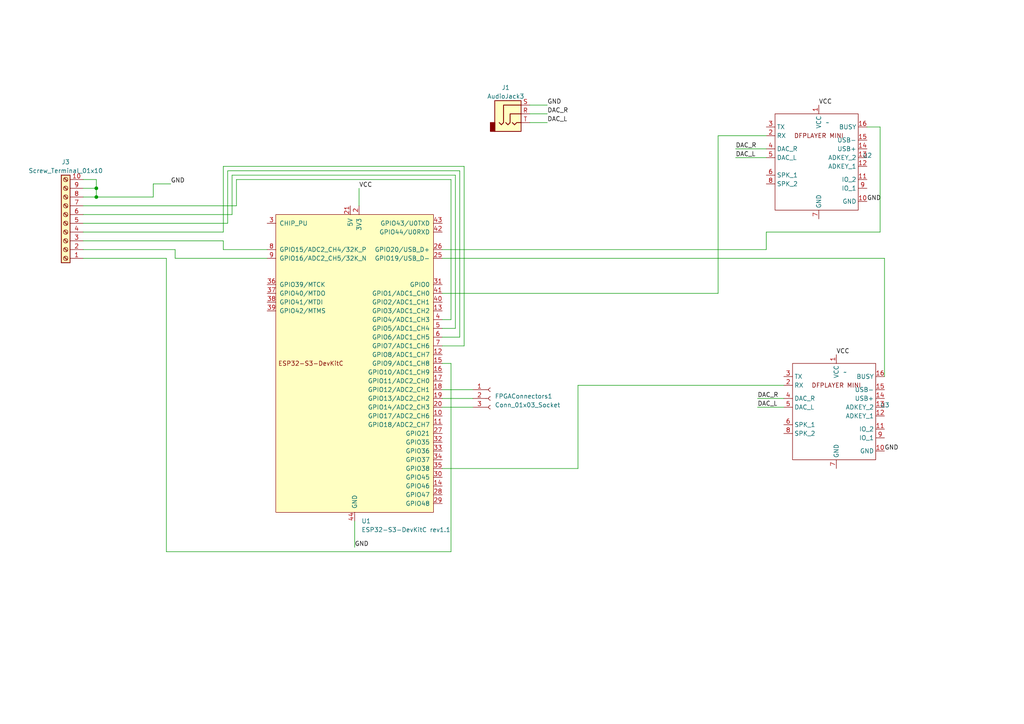
<source format=kicad_sch>
(kicad_sch (version 20230121) (generator eeschema)
  (paper "A4")
  (title_block (title "ESP32S3-DevkitC RetroGame PCB") (date "2024-04-07") (rev "v1.1") (comment 1 "Changed DFPlayer connections from GPIO36->38 and GPIO44->1"))
  (lib_symbols
    (symbol "Connector:Conn_01x03_Socket" (pin_names (offset 1.016) hide)
      (property "Reference" "J" (at 0 5.08 0))
      (property "Value" "Conn_01x03_Socket" (at 0 -5.08 0))
      (symbol "Conn_01x03_Socket_1_1"
        (arc (start 0 -2.032) (mid -0.5058 -2.54) (end 0 -3.048) (stroke (width 0.1524)))
        (polyline (pts (xy -1.27 -2.54) (xy -0.508 -2.54)) (stroke (width 0.1524)))
        (polyline (pts (xy -1.27 0) (xy -0.508 0)) (stroke (width 0.1524)))
        (polyline (pts (xy -1.27 2.54) (xy -0.508 2.54)) (stroke (width 0.1524)))
        (arc (start 0 0.508) (mid -0.5058 0) (end 0 -0.508) (stroke (width 0.1524)))
        (arc (start 0 3.048) (mid -0.5058 2.54) (end 0 2.032) (stroke (width 0.1524)))
        (pin passive line (at -5.08 2.54 0) (length 3.81) (name "Pin_1") (number "1"))
        (pin passive line (at -5.08 0 0) (length 3.81) (name "Pin_2") (number "2"))
        (pin passive line (at -5.08 -2.54 0) (length 3.81) (name "Pin_3") (number "3"))
      )
    )
    (symbol "Connector:Screw_Terminal_01x10" (pin_names (offset 1.016) hide)
      (property "Reference" "J" (at 0 12.7 0))
      (property "Value" "Screw_Terminal_01x10" (at 0 -15.24 0))
      (symbol "Screw_Terminal_01x10_1_1"
        (rectangle (start -1.27 11.43) (end 1.27 -13.97) (stroke (width 0.254)) (fill (type background)))
        (circle (center 0 -12.7) (radius 0.635) (stroke (width 0.1524)))
        (circle (center 0 -10.16) (radius 0.635) (stroke (width 0.1524)))
        (circle (center 0 -7.62) (radius 0.635) (stroke (width 0.1524)))
        (circle (center 0 -5.08) (radius 0.635) (stroke (width 0.1524)))
        (circle (center 0 -2.54) (radius 0.635) (stroke (width 0.1524)))
        (polyline (pts (xy -0.5334 -12.3698) (xy 0.3302 -13.208)) (stroke (width 0.1524)))
        (polyline (pts (xy -0.5334 -9.8298) (xy 0.3302 -10.668)) (stroke (width 0.1524)))
        (polyline (pts (xy -0.5334 -7.2898) (xy 0.3302 -8.128)) (stroke (width 0.1524)))
        (polyline (pts (xy -0.5334 -4.7498) (xy 0.3302 -5.588)) (stroke (width 0.1524)))
        (polyline (pts (xy -0.5334 -2.2098) (xy 0.3302 -3.048)) (stroke (width 0.1524)))
        (polyline (pts (xy -0.5334 0.3302) (xy 0.3302 -0.508)) (stroke (width 0.1524)))
        (polyline (pts (xy -0.5334 2.8702) (xy 0.3302 2.032)) (stroke (width 0.1524)))
        (polyline (pts (xy -0.5334 5.4102) (xy 0.3302 4.572)) (stroke (width 0.1524)))
        (polyline (pts (xy -0.5334 7.9502) (xy 0.3302 7.112)) (stroke (width 0.1524)))
        (polyline (pts (xy -0.5334 10.4902) (xy 0.3302 9.652)) (stroke (width 0.1524)))
        (polyline (pts (xy -0.3556 -12.192) (xy 0.508 -13.0302)) (stroke (width 0.1524)))
        (polyline (pts (xy -0.3556 -9.652) (xy 0.508 -10.4902)) (stroke (width 0.1524)))
        (polyline (pts (xy -0.3556 -7.112) (xy 0.508 -7.9502)) (stroke (width 0.1524)))
        (polyline (pts (xy -0.3556 -4.572) (xy 0.508 -5.4102)) (stroke (width 0.1524)))
        (polyline (pts (xy -0.3556 -2.032) (xy 0.508 -2.8702)) (stroke (width 0.1524)))
        (polyline (pts (xy -0.3556 0.508) (xy 0.508 -0.3302)) (stroke (width 0.1524)))
        (polyline (pts (xy -0.3556 3.048) (xy 0.508 2.2098)) (stroke (width 0.1524)))
        (polyline (pts (xy -0.3556 5.588) (xy 0.508 4.7498)) (stroke (width 0.1524)))
        (polyline (pts (xy -0.3556 8.128) (xy 0.508 7.2898)) (stroke (width 0.1524)))
        (polyline (pts (xy -0.3556 10.668) (xy 0.508 9.8298)) (stroke (width 0.1524)))
        (circle (center 0 0) (radius 0.635) (stroke (width 0.1524)))
        (circle (center 0 2.54) (radius 0.635) (stroke (width 0.1524)))
        (circle (center 0 5.08) (radius 0.635) (stroke (width 0.1524)))
        (circle (center 0 7.62) (radius 0.635) (stroke (width 0.1524)))
        (circle (center 0 10.16) (radius 0.635) (stroke (width 0.1524)))
        (pin passive line (at -5.08 10.16 0) (length 3.81) (name "Pin_1") (number "1"))
        (pin passive line (at -5.08 -12.7 0) (length 3.81) (name "Pin_10") (number "10"))
        (pin passive line (at -5.08 7.62 0) (length 3.81) (name "Pin_2") (number "2"))
        (pin passive line (at -5.08 5.08 0) (length 3.81) (name "Pin_3") (number "3"))
        (pin passive line (at -5.08 2.54 0) (length 3.81) (name "Pin_4") (number "4"))
        (pin passive line (at -5.08 0 0) (length 3.81) (name "Pin_5") (number "5"))
        (pin passive line (at -5.08 -2.54 0) (length 3.81) (name "Pin_6") (number "6"))
        (pin passive line (at -5.08 -5.08 0) (length 3.81) (name "Pin_7") (number "7"))
        (pin passive line (at -5.08 -7.62 0) (length 3.81) (name "Pin_8") (number "8"))
        (pin passive line (at -5.08 -10.16 0) (length 3.81) (name "Pin_9") (number "9"))
      )
    )
    (symbol "Connector_Audio:AudioJack3"
      (property "Reference" "J" (at 0 8.89 0))
      (property "Value" "AudioJack3" (at 0 6.35 0))
      (symbol "AudioJack3_0_1"
        (rectangle (start -5.08 -5.08) (end -6.35 -2.54) (stroke (width 0.254)) (fill (type outline)))
        (polyline (pts (xy 0 -2.54) (xy 0.635 -3.175) (xy 1.27 -2.54) (xy 2.54 -2.54)) (stroke (width 0.254)))
        (polyline (pts (xy -1.905 -2.54) (xy -1.27 -3.175) (xy -0.635 -2.54) (xy -0.635 0) (xy 2.54 0)) (stroke (width 0.254)))
        (polyline (pts (xy 2.54 2.54) (xy -2.54 2.54) (xy -2.54 -2.54) (xy -3.175 -3.175) (xy -3.81 -2.54)) (stroke (width 0.254)))
        (rectangle (start 2.54 3.81) (end -5.08 -5.08) (stroke (width 0.254)) (fill (type background)))
      )
      (symbol "AudioJack3_1_1"
        (pin passive line (at 5.08 0 180) (length 2.54) (name "~") (number "R"))
        (pin passive line (at 5.08 2.54 180) (length 2.54) (name "~") (number "S"))
        (pin passive line (at 5.08 -2.54 180) (length 2.54) (name "~") (number "T"))
      )
    )
    (symbol "MyLib:DFPlayer"
      (property "Reference" "U" (at -7.62 0 0))
      (symbol "DFPlayer_0_1"
        (rectangle (start -15.24 2.54) (end 8.89 -25.4))
      )
      (symbol "DFPlayer_1_1"
        (text "DFPLAYER MINI" (at -2.54 -3.81 0) (effects (font (size 1.27 1.27))))
        (pin input line (at -2.54 5.08 270) (length 2.54) (name "VCC") (number "1"))
        (pin input line (at 11.43 -22.86 180) (length 2.54) (name "GND") (number "10"))
        (pin input line (at 11.43 -16.51 180) (length 2.54) (name "IO_2") (number "11"))
        (pin input line (at 11.43 -12.7 180) (length 2.54) (name "ADKEY_1") (number "12"))
        (pin input line (at 11.43 -10.16 180) (length 2.54) (name "ADKEY_2") (number "13"))
        (pin input line (at 11.43 -7.62 180) (length 2.54) (name "USB+") (number "14"))
        (pin input line (at 11.43 -5.08 180) (length 2.54) (name "USB-") (number "15"))
        (pin input line (at 11.43 -1.27 180) (length 2.54) (name "BUSY") (number "16"))
        (pin input line (at -17.78 -3.81 0) (length 2.54) (name "RX") (number "2"))
        (pin output line (at -17.78 -1.27 0) (length 2.54) (name "TX") (number "3"))
        (pin output line (at -17.78 -7.62 0) (length 2.54) (name "DAC_R") (number "4"))
        (pin output line (at -17.78 -10.16 0) (length 2.54) (name "DAC_L") (number "5"))
        (pin output line (at -17.78 -15.24 0) (length 2.54) (name "SPK_1") (number "6"))
        (pin input line (at -2.54 -27.94 90) (length 2.54) (name "GND") (number "7"))
        (pin output line (at -17.78 -17.78 0) (length 2.54) (name "SPK_2") (number "8"))
        (pin input line (at 11.43 -19.05 180) (length 2.54) (name "IO_1") (number "9"))
      )
    )
    (symbol "PCM_Espressif:ESP32-S3-DevKitC" (pin_names (offset 1.016))
      (property "Reference" "U" (at -22.86 48.26 0))
      (property "Value" "ESP32-S3-DevKitC" (at -22.86 45.72 0))
      (symbol "ESP32-S3-DevKitC_0_0"
        (text "ESP32-S3-DevKitC" (at -12.7 0 0) (effects (font (size 1.27 1.27))))
        (pin bidirectional line (at 25.4 -35.56 180) (length 2.54) (name "GPIO46") (number "14"))
        (pin bidirectional line (at 25.4 -10.16 180) (length 2.54) (name "GPIO13/ADC2_CH2") (number "19"))
        (pin bidirectional line (at -25.4 15.24 0) (length 2.54) (name "GPIO42/MTMS") (number "39"))
        (pin bidirectional line (at 25.4 17.78 180) (length 2.54) (name "GPIO2/ADC1_CH1") (number "40"))
        (pin bidirectional line (at 25.4 20.32 180) (length 2.54) (name "GPIO1/ADC1_CH0") (number "41"))
        (pin bidirectional line (at 25.4 38.1 180) (length 2.54) (name "GPIO44/U0RXD") (number "42"))
        (pin bidirectional line (at 25.4 40.64 180) (length 2.54) (name "GPIO43/U0TXD") (number "43"))
        (pin power_in line (at 0 -45.72 90) (length 2.54) (name "GND") (number "44"))
      )
      (symbol "ESP32-S3-DevKitC_0_1"
        (rectangle (start -22.86 43.18) (end 22.86 -43.18) (fill (type background)))
        (pin power_in line (at 1.27 45.72 270) (length 2.54) (name "3V3") (number "2"))
      )
      (symbol "ESP32-S3-DevKitC_1_1"
        (pin passive line (at 1.27 45.72 270) (length 2.54) hide (name "3V3") (number "1"))
        (pin bidirectional line (at 25.4 -15.24 180) (length 2.54) (name "GPIO17/ADC2_CH6") (number "10"))
        (pin bidirectional line (at 25.4 -17.78 180) (length 2.54) (name "GPIO18/ADC2_CH7") (number "11"))
        (pin bidirectional line (at 25.4 2.54 180) (length 2.54) (name "GPIO8/ADC1_CH7") (number "12"))
        (pin bidirectional line (at 25.4 15.24 180) (length 2.54) (name "GPIO3/ADC1_CH2") (number "13"))
        (pin bidirectional line (at 25.4 0 180) (length 2.54) (name "GPIO9/ADC1_CH8") (number "15"))
        (pin bidirectional line (at 25.4 -2.54 180) (length 2.54) (name "GPIO10/ADC1_CH9") (number "16"))
        (pin bidirectional line (at 25.4 -5.08 180) (length 2.54) (name "GPIO11/ADC2_CH0") (number "17"))
        (pin bidirectional line (at 25.4 -7.62 180) (length 2.54) (name "GPIO12/ADC2_CH1") (number "18"))
        (pin bidirectional line (at 25.4 -12.7 180) (length 2.54) (name "GPIO14/ADC2_CH3") (number "20"))
        (pin power_in line (at -1.27 45.72 270) (length 2.54) (name "5V") (number "21"))
        (pin passive line (at 0 -45.72 90) (length 2.54) hide (name "GND") (number "22"))
        (pin passive line (at 0 -45.72 90) (length 2.54) hide (name "GND") (number "23"))
        (pin passive line (at 0 -45.72 90) (length 2.54) hide (name "GND") (number "24"))
        (pin bidirectional line (at 25.4 30.48 180) (length 2.54) (name "GPIO19/USB_D-") (number "25"))
        (pin bidirectional line (at 25.4 33.02 180) (length 2.54) (name "GPIO20/USB_D+") (number "26"))
        (pin bidirectional line (at 25.4 -20.32 180) (length 2.54) (name "GPIO21") (number "27"))
        (pin bidirectional line (at 25.4 -38.1 180) (length 2.54) (name "GPIO47") (number "28"))
        (pin bidirectional line (at 25.4 -40.64 180) (length 2.54) (name "GPIO48") (number "29"))
        (pin input line (at -25.4 40.64 0) (length 2.54) (name "CHIP_PU") (number "3"))
        (pin bidirectional line (at 25.4 -33.02 180) (length 2.54) (name "GPIO45") (number "30"))
        (pin bidirectional line (at 25.4 22.86 180) (length 2.54) (name "GPIO0") (number "31"))
        (pin bidirectional line (at 25.4 -22.86 180) (length 2.54) (name "GPIO35") (number "32"))
        (pin bidirectional line (at 25.4 -25.4 180) (length 2.54) (name "GPIO36") (number "33"))
        (pin bidirectional line (at 25.4 -27.94 180) (length 2.54) (name "GPIO37") (number "34"))
        (pin bidirectional line (at 25.4 -30.48 180) (length 2.54) (name "GPIO38") (number "35"))
        (pin bidirectional line (at -25.4 22.86 0) (length 2.54) (name "GPIO39/MTCK") (number "36"))
        (pin bidirectional line (at -25.4 20.32 0) (length 2.54) (name "GPIO40/MTDO") (number "37"))
        (pin bidirectional line (at -25.4 17.78 0) (length 2.54) (name "GPIO41/MTDI") (number "38"))
        (pin bidirectional line (at 25.4 12.7 180) (length 2.54) (name "GPIO4/ADC1_CH3") (number "4"))
        (pin bidirectional line (at 25.4 10.16 180) (length 2.54) (name "GPIO5/ADC1_CH4") (number "5"))
        (pin bidirectional line (at 25.4 7.62 180) (length 2.54) (name "GPIO6/ADC1_CH5") (number "6"))
        (pin bidirectional line (at 25.4 5.08 180) (length 2.54) (name "GPIO7/ADC1_CH6") (number "7"))
        (pin bidirectional line (at -25.4 33.02 0) (length 2.54) (name "GPIO15/ADC2_CH4/32K_P") (number "8"))
        (pin bidirectional line (at -25.4 30.48 0) (length 2.54) (name "GPIO16/ADC2_CH5/32K_N") (number "9"))
      )
    )
  )
  (junction (at 27.94 57.15))
  (junction (at 27.94 54.61))
  (wire (pts (xy 24.13 52.07) (xy 27.94 52.07)))
  (wire (pts (xy 102.87 151.13) (xy 102.87 158.75)))
  (wire (pts (xy 44.45 53.34) (xy 49.53 53.34)))
  (wire (pts (xy 24.13 67.31) (xy 64.77 67.31)))
  (wire (pts (xy 222.25 67.31) (xy 255.27 67.31)))
  (wire (pts (xy 134.62 100.33) (xy 134.62 48.26)))
  (wire (pts (xy 255.27 67.31) (xy 255.27 36.83)))
  (wire (pts (xy 48.26 160.02) (xy 130.81 160.02)))
  (wire (pts (xy 227.33 111.76) (xy 167.64 111.76)))
  (wire (pts (xy 24.13 54.61) (xy 27.94 54.61)))
  (wire (pts (xy 77.47 72.39) (xy 64.77 72.39)))
  (wire (pts (xy 24.13 62.23) (xy 67.31 62.23)))
  (wire (pts (xy 213.36 43.18) (xy 222.25 43.18)))
  (wire (pts (xy 222.25 39.37) (xy 208.28 39.37)))
  (wire (pts (xy 27.94 57.15) (xy 44.45 57.15)))
  (wire (pts (xy 219.71 115.57) (xy 227.33 115.57)))
  (wire (pts (xy 48.26 74.93) (xy 48.26 160.02)))
  (wire (pts (xy 128.27 118.11) (xy 137.16 118.11)))
  (wire (pts (xy 222.25 67.31) (xy 222.25 72.39)))
  (wire (pts (xy 128.27 100.33) (xy 134.62 100.33)))
  (wire (pts (xy 128.27 97.79) (xy 133.35 97.79)))
  (wire (pts (xy 153.67 30.48) (xy 158.75 30.48)))
  (wire (pts (xy 68.58 52.07) (xy 68.58 59.69)))
  (wire (pts (xy 50.8 72.39) (xy 24.13 72.39)))
  (wire (pts (xy 104.14 54.61) (xy 104.14 59.69)))
  (wire (pts (xy 213.36 45.72) (xy 222.25 45.72)))
  (wire (pts (xy 208.28 39.37) (xy 208.28 85.09)))
  (wire (pts (xy 255.27 36.83) (xy 251.46 36.83)))
  (wire (pts (xy 128.27 113.03) (xy 137.16 113.03)))
  (wire (pts (xy 64.77 48.26) (xy 64.77 67.31)))
  (wire (pts (xy 50.8 74.93) (xy 50.8 72.39)))
  (wire (pts (xy 130.81 105.41) (xy 130.81 160.02)))
  (wire (pts (xy 24.13 57.15) (xy 27.94 57.15)))
  (wire (pts (xy 158.75 35.56) (xy 153.67 35.56)))
  (wire (pts (xy 44.45 57.15) (xy 44.45 53.34)))
  (wire (pts (xy 133.35 49.53) (xy 66.04 49.53)))
  (wire (pts (xy 167.64 135.89) (xy 128.27 135.89)))
  (wire (pts (xy 133.35 97.79) (xy 133.35 49.53)))
  (wire (pts (xy 64.77 69.85) (xy 24.13 69.85)))
  (wire (pts (xy 66.04 64.77) (xy 24.13 64.77)))
  (wire (pts (xy 219.71 118.11) (xy 227.33 118.11)))
  (wire (pts (xy 256.54 74.93) (xy 256.54 109.22)))
  (wire (pts (xy 158.75 33.02) (xy 153.67 33.02)))
  (wire (pts (xy 128.27 95.25) (xy 132.08 95.25)))
  (wire (pts (xy 128.27 115.57) (xy 137.16 115.57)))
  (wire (pts (xy 167.64 111.76) (xy 167.64 135.89)))
  (wire (pts (xy 132.08 95.25) (xy 132.08 50.8)))
  (wire (pts (xy 128.27 85.09) (xy 208.28 85.09)))
  (wire (pts (xy 77.47 74.93) (xy 50.8 74.93)))
  (wire (pts (xy 130.81 52.07) (xy 130.81 92.71)))
  (wire (pts (xy 64.77 72.39) (xy 64.77 69.85)))
  (wire (pts (xy 256.54 74.93) (xy 128.27 74.93)))
  (wire (pts (xy 67.31 50.8) (xy 67.31 62.23)))
  (wire (pts (xy 66.04 49.53) (xy 66.04 64.77)))
  (wire (pts (xy 128.27 105.41) (xy 130.81 105.41)))
  (wire (pts (xy 24.13 74.93) (xy 48.26 74.93)))
  (wire (pts (xy 128.27 92.71) (xy 130.81 92.71)))
  (wire (pts (xy 27.94 54.61) (xy 27.94 57.15)))
  (wire (pts (xy 134.62 48.26) (xy 64.77 48.26)))
  (wire (pts (xy 27.94 52.07) (xy 27.94 54.61)))
  (wire (pts (xy 132.08 50.8) (xy 67.31 50.8)))
  (wire (pts (xy 222.25 72.39) (xy 128.27 72.39)))
  (wire (pts (xy 68.58 59.69) (xy 24.13 59.69)))
  (wire (pts (xy 68.58 52.07) (xy 130.81 52.07)))
  (label "VCC" (at 104.14 54.61 0))
  (label "DAC_R" (at 158.75 33.02 0))
  (label "DAC_L" (at 158.75 35.56 0))
  (label "DAC_L" (at 213.36 45.72 0))
  (label "GND" (at 158.75 30.48 0))
  (label "DAC_L" (at 219.71 118.11 0))
  (label "GND" (at 251.46 58.42 0))
  (label "GND" (at 49.53 53.34 0))
  (label "VCC" (at 242.57 102.87 0))
  (label "DAC_R" (at 219.71 115.57 0))
  (label "GND" (at 102.87 158.75 0))
  (label "GND" (at 256.54 130.81 0))
  (label "VCC" (at 237.49 30.48 0))
  (label "DAC_R" (at 213.36 43.18 0))
  (symbol (lib_id "Connector:Screw_Terminal_01x10") (at 19.05 64.77 180) (unit 1)
    (property "Reference" "J3" (at 19.05 46.99 0))
    (property "Value" "Screw_Terminal_01x10" (at 19.05 49.53 0))
    (property "Footprint" "TerminalBlock_Phoenix:TerminalBlock_Phoenix_MKDS-1,5-10-5.08_1x10_P5.08mm_Horizontal" (effects hide))
  )
  (symbol (lib_id "PCM_Espressif:ESP32-S3-DevKitC") (at 102.87 105.41 0) (unit 1)
    (property "Reference" "U1" (at 104.8259 151.13 0) (effects (justify left)))
    (property "Value" "ESP32-S3-DevKitC rev1.1" (at 104.8259 153.67 0) (effects (justify left)))
    (property "Footprint" "PCM_Espressif:ESP32-S3-DevKitC" (effects hide))
  )
  (symbol (lib_id "MyLib:DFPlayer") (at 240.03 35.56 0) (unit 1)
    (property "Reference" "U2" (at 250.19 45.085 0) (effects (justify left)))
    (property "Value" "~" (at 240.03 35.56 0))
    (property "Footprint" "Library:DFPlayer Mini" (effects hide))
  )
  (symbol (lib_id "Connector:Conn_01x03_Socket") (at 142.24 115.57 0) (unit 1)
    (property "Reference" "FPGAConnectors1" (at 143.51 114.935 0) (effects (justify left)))
    (property "Value" "Conn_01x03_Socket" (at 143.51 117.475 0) (effects (justify left)))
    (property "Footprint" "Connector_PinSocket_2.54mm:PinSocket_1x03_P2.54mm_Vertical" (effects hide))
  )
  (symbol (lib_id "Connector_Audio:AudioJack3") (at 148.59 33.02 0) (unit 1)
    (property "Reference" "J1" (at 146.685 25.4 0))
    (property "Value" "AudioJack3" (at 146.685 27.94 0))
    (property "Footprint" "Connector_Audio:Jack_3.5mm_CUI_SJ1-3523N_Horizontal" (effects hide))
  )
  (symbol (lib_id "MyLib:DFPlayer") (at 245.11 107.95 0) (unit 1)
    (property "Reference" "U3" (at 255.27 117.475 0) (effects (justify left)))
    (property "Value" "~" (at 245.11 107.95 0))
    (property "Footprint" "Library:DFPlayer Mini" (effects hide))
  )
)
</source>
